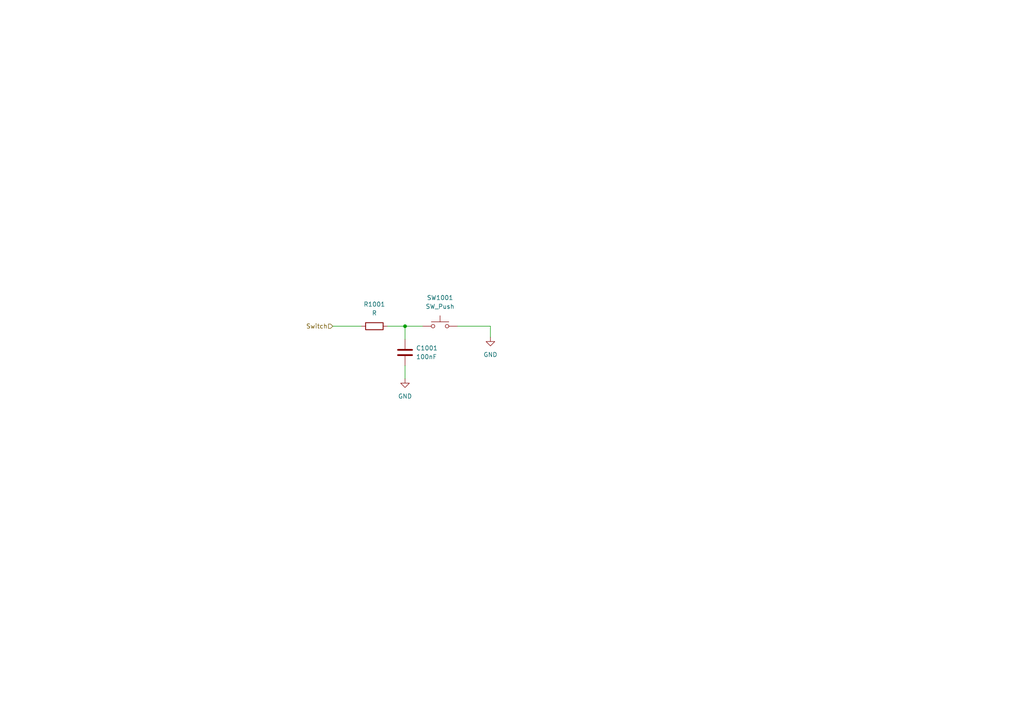
<source format=kicad_sch>
(kicad_sch (version 20211123) (generator eeschema)
  (paper "A4")
  (lib_symbols
    (symbol "Device:C" (pin_numbers hide) (pin_names (offset 0.254))
      (property "Reference" "C" (at 0.635 2.54 0))
      (property "Value" "C" (at 0.635 -2.54 0))
      (symbol "C_0_1"
        (polyline (pts (xy -2.032 -0.762) (xy 2.032 -0.762)) (stroke (width 0.508)))
        (polyline (pts (xy -2.032 0.762) (xy 2.032 0.762)) (stroke (width 0.508)))
      )
      (symbol "C_1_1"
        (pin passive line (at 0 3.81 270) (length 2.794) (name "~") (number "1"))
        (pin passive line (at 0 -3.81 90) (length 2.794) (name "~") (number "2"))
      )
    )
    (symbol "Device:R" (pin_numbers hide) (pin_names (offset 0))
      (property "Reference" "R" (at 2.032 0 90))
      (property "Value" "R" (at 0 0 90))
      (symbol "R_0_1"
        (rectangle (start -1.016 -2.54) (end 1.016 2.54) (stroke (width 0.254)))
      )
      (symbol "R_1_1"
        (pin passive line (at 0 3.81 270) (length 1.27) (name "~") (number "1"))
        (pin passive line (at 0 -3.81 90) (length 1.27) (name "~") (number "2"))
      )
    )
    (symbol "Switch:SW_Push" (pin_numbers hide) (pin_names (offset 1.016) hide)
      (property "Reference" "SW" (at 1.27 2.54 0))
      (property "Value" "SW_Push" (at 0 -1.524 0))
      (symbol "SW_Push_0_1"
        (circle (center -2.032 0) (radius 0.508))
        (polyline (pts (xy 0 1.27) (xy 0 3.048)))
        (polyline (pts (xy 2.54 1.27) (xy -2.54 1.27)))
        (circle (center 2.032 0) (radius 0.508))
        (pin passive line (at -5.08 0 0) (length 2.54) (name "1") (number "1"))
        (pin passive line (at 5.08 0 180) (length 2.54) (name "2") (number "2"))
      )
    )
    (symbol "power:GND" (power) (pin_names (offset 0))
      (property "Value" "GND" (at 0 -3.81 0))
      (symbol "GND_0_1"
        (polyline (pts (xy 0 0) (xy 0 -1.27) (xy 1.27 -1.27) (xy 0 -2.54) (xy -1.27 -1.27) (xy 0 -1.27)))
      )
      (symbol "GND_1_1"
        (pin power_in line (at 0 0 270) (length 0) hide (name "GND") (number "1"))
      )
    )
  )
  (junction (at 117.475 94.615))
  (wire (pts (xy 112.395 94.615) (xy 117.475 94.615)))
  (wire (pts (xy 117.475 94.615) (xy 122.555 94.615)))
  (wire (pts (xy 142.24 94.615) (xy 142.24 97.79)))
  (wire (pts (xy 117.475 106.045) (xy 117.475 109.855)))
  (wire (pts (xy 132.715 94.615) (xy 142.24 94.615)))
  (wire (pts (xy 96.52 94.615) (xy 104.775 94.615)))
  (wire (pts (xy 117.475 94.615) (xy 117.475 98.425)))
  (hierarchical_label "Switch" (shape input) (at 96.52 94.615 180))
  (symbol (lib_id "Device:R") (at 108.585 94.615 90) (unit 1)
    (property "Reference" "R1001" (at 108.585 88.265 90))
    (property "Value" "R" (at 108.585 90.805 90))
    (property "Footprint" "Resistor_THT:R_Axial_DIN0204_L3.6mm_D1.6mm_P7.62mm_Horizontal" (effects hide))
  )
  (symbol (lib_id "power:GND") (at 142.24 97.79 0) (unit 1)
    (property "Reference" "#PWR01002" (effects hide))
    (property "Value" "GND" (at 142.24 102.87 0))
  )
  (symbol (lib_id "Device:C") (at 117.475 102.235 0) (unit 1)
    (property "Reference" "C1001" (at 120.65 100.9649 0) (effects (justify left)))
    (property "Value" "100nF" (at 120.65 103.5049 0) (effects (justify left)))
    (property "Footprint" "Capacitor_THT:C_Disc_D3.0mm_W1.6mm_P2.50mm" (effects hide))
  )
  (symbol (lib_id "Switch:SW_Push") (at 127.635 94.615 0) (unit 1)
    (property "Reference" "SW1001" (at 127.635 86.36 0))
    (property "Value" "SW_Push" (at 127.635 88.9 0))
    (property "Footprint" "Tact Switch 3x6 mm  5 mm THT:DIP-2_236_ELL" (effects hide))
  )
  (symbol (lib_id "power:GND") (at 117.475 109.855 0) (mirror y) (unit 1)
    (property "Reference" "#PWR01001" (effects hide))
    (property "Value" "GND" (at 117.475 114.935 0))
  )
)
</source>
